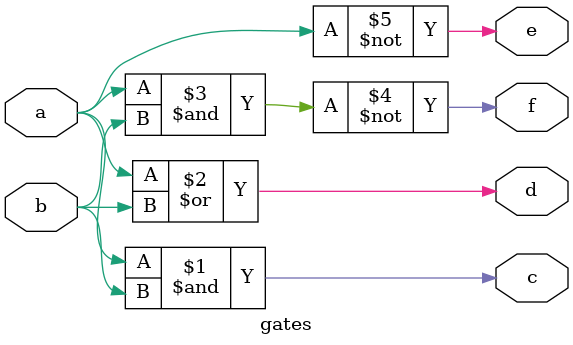
<source format=v>
module gates(input a,b,
             output c,d,e,f);
  and(c,a,b);
  or(d,a,b);
  not(e,a);
  nand(f,a,b);
endmodule

</source>
